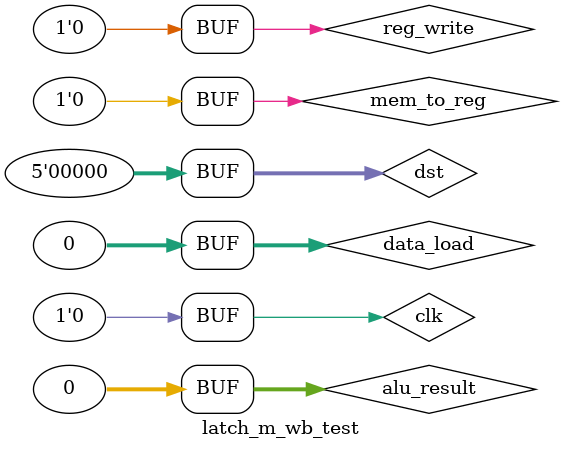
<source format=v>
`timescale 1ns / 1ps


module latch_m_wb_test;

	// Inputs
	reg reg_write;
	reg mem_to_reg;
	reg [31:0] alu_result;
	reg [31:0] data_load;
	reg [4:0] dst;
	reg clk;

	// Outputs
	wire reg_write_reg;
	wire mem_to_reg_reg;
	wire [0:0] alu_result_reg;
	wire [0:0] data_load_reg;
	wire [0:0] dst_reg;

	// Instantiate the Unit Under Test (UUT)
	latch_m_wb uut (
		.reg_write(reg_write), 
		.mem_to_reg(mem_to_reg), 
		.alu_result(alu_result), 
		.data_load(data_load), 
		.dst(dst), 
		.clk(clk), 
		.reg_write_reg(reg_write_reg), 
		.mem_to_reg_reg(mem_to_reg_reg), 
		.alu_result_reg(alu_result_reg), 
		.data_load_reg(data_load_reg), 
		.dst_reg(dst_reg)
	);

	initial begin
		// Initialize Inputs
		reg_write = 0;
		mem_to_reg = 0;
		alu_result = 0;
		data_load = 0;
		dst = 0;
		clk = 0;

		// Wait 100 ns for global reset to finish
		#100;
		reg_write = 1;
		mem_to_reg = 1;
		alu_result = 1;
		data_load = 1;
		dst = 1;
		clk = 0;
		
		#100;
		clk = 1;
		#100;
		clk = 0;
		#100;
		reg_write = 0;
		mem_to_reg = 0;
		alu_result = 0;
		data_load = 0;
		dst = 0;
		clk = 0;
		
		#100;
		clk = 1;
		
		#100;
		clk = 0;
		
	end
      
endmodule


</source>
